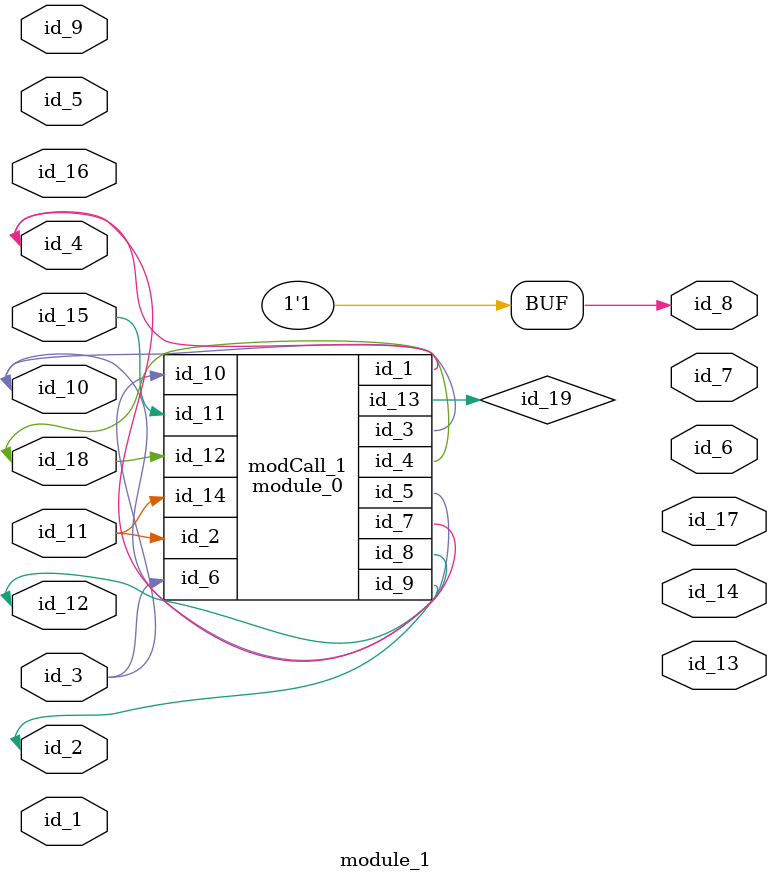
<source format=v>
module module_0 (
    id_1,
    id_2,
    id_3,
    id_4,
    id_5,
    id_6,
    id_7,
    id_8,
    id_9,
    id_10,
    id_11,
    id_12,
    id_13,
    id_14
);
  input wire id_14;
  inout wire id_13;
  input wire id_12;
  input wire id_11;
  input wire id_10;
  output wire id_9;
  inout wire id_8;
  output wire id_7;
  input wire id_6;
  output wire id_5;
  inout wire id_4;
  inout wire id_3;
  input wire id_2;
  inout wire id_1;
  localparam id_15 = -1;
  wire id_16, id_17, id_18;
  tri id_19 = 1;
endmodule
module module_1 (
    id_1,
    id_2,
    id_3,
    id_4,
    id_5,
    id_6,
    id_7,
    id_8,
    id_9,
    id_10,
    id_11,
    id_12,
    id_13,
    id_14,
    id_15,
    id_16,
    id_17,
    id_18
);
  inout wire id_18;
  output wire id_17;
  input wire id_16;
  input wire id_15;
  output wire id_14;
  output wire id_13;
  inout wire id_12;
  input wire id_11;
  inout wire id_10;
  input wire id_9;
  output wire id_8;
  output wire id_7;
  output wire id_6;
  input wire id_5;
  inout wire id_4;
  input wire id_3;
  inout wire id_2;
  input wire id_1;
  wire id_19;
  assign id_8 = -1;
  module_0 modCall_1 (
      id_4,
      id_11,
      id_10,
      id_18,
      id_10,
      id_3,
      id_4,
      id_12,
      id_2,
      id_3,
      id_15,
      id_18,
      id_19,
      id_11
  );
endmodule

</source>
